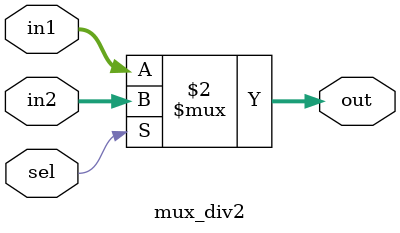
<source format=v>
module mux_div2 (
    input [31:0] in1, in2, 
    input sel,
    output [31:0] out
);
    assign out = (sel == 0) ? in1 : in2;

endmodule
</source>
